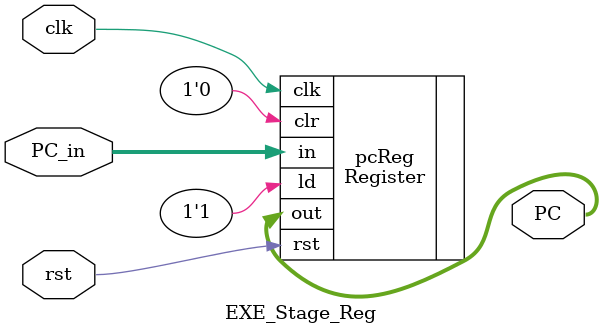
<source format=v>
module EXE_Stage_Reg(
    input clk, rst,
    input [31:0] PC_in,
    output [31:0] PC
);

    Register #(32) pcReg(
        .clk(clk), .rst(rst),
        .in(PC_in), .ld(1'b1), .clr(1'b0),
        .out(PC)
    );

endmodule
</source>
